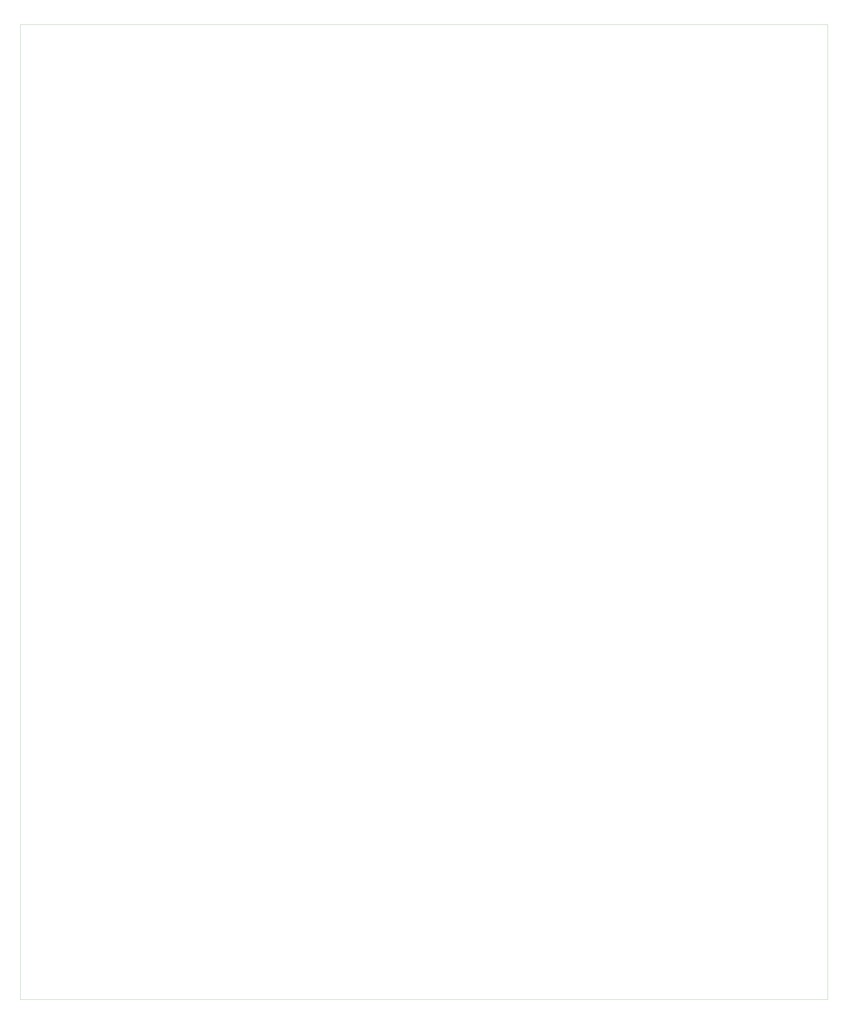
<source format=gbr>
%TF.GenerationSoftware,KiCad,Pcbnew,6.0.7-f9a2dced07~116~ubuntu20.04.1*%
%TF.CreationDate,2022-09-07T21:51:15+02:00*%
%TF.ProjectId,px16_regfile,70783136-5f72-4656-9766-696c652e6b69,1*%
%TF.SameCoordinates,Original*%
%TF.FileFunction,Profile,NP*%
%FSLAX46Y46*%
G04 Gerber Fmt 4.6, Leading zero omitted, Abs format (unit mm)*
G04 Created by KiCad (PCBNEW 6.0.7-f9a2dced07~116~ubuntu20.04.1) date 2022-09-07 21:51:15*
%MOMM*%
%LPD*%
G01*
G04 APERTURE LIST*
%TA.AperFunction,Profile*%
%ADD10C,0.100000*%
%TD*%
G04 APERTURE END LIST*
D10*
X26670000Y-59690000D02*
X386715000Y-59690000D01*
X386715000Y-59690000D02*
X386715000Y-494030000D01*
X386715000Y-494030000D02*
X26670000Y-494030000D01*
X26670000Y-494030000D02*
X26670000Y-59690000D01*
M02*

</source>
